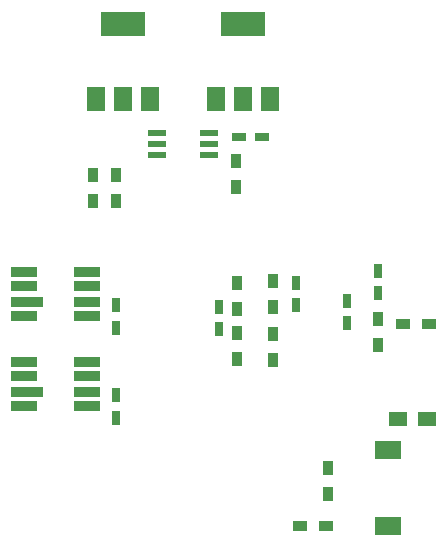
<source format=gbr>
G04 #@! TF.FileFunction,Paste,Top*
%FSLAX46Y46*%
G04 Gerber Fmt 4.6, Leading zero omitted, Abs format (unit mm)*
G04 Created by KiCad (PCBNEW 4.0.7) date Sunday, February 25, 2018 'PMt' 02:02:45 PM*
%MOMM*%
%LPD*%
G01*
G04 APERTURE LIST*
%ADD10C,0.128000*%
%ADD11R,0.900000X1.200000*%
%ADD12R,0.750000X1.200000*%
%ADD13R,1.200000X0.750000*%
%ADD14R,2.200000X1.500000*%
%ADD15R,3.800000X2.000000*%
%ADD16R,1.500000X2.000000*%
%ADD17R,1.200000X0.900000*%
%ADD18R,1.500000X0.610000*%
%ADD19R,2.247900X0.899160*%
%ADD20R,2.799080X0.899160*%
%ADD21R,1.500000X1.250000*%
G04 APERTURE END LIST*
D10*
D11*
X152400000Y-81323000D03*
X152400000Y-83523000D03*
X150495000Y-83523000D03*
X150495000Y-81323000D03*
D12*
X167640000Y-92390000D03*
X167640000Y-90490000D03*
X161163000Y-92522000D03*
X161163000Y-94422000D03*
X174625000Y-89474000D03*
X174625000Y-91374000D03*
X171958000Y-92014000D03*
X171958000Y-93914000D03*
D13*
X162880000Y-78105000D03*
X164780000Y-78105000D03*
D11*
X162687000Y-92667000D03*
X162687000Y-90467000D03*
X165735000Y-92540000D03*
X165735000Y-90340000D03*
X174625000Y-95715000D03*
X174625000Y-93515000D03*
D14*
X175450500Y-104686500D03*
X175450500Y-111086500D03*
D15*
X153035000Y-68605000D03*
D16*
X153035000Y-74905000D03*
X155335000Y-74905000D03*
X150735000Y-74905000D03*
D15*
X163195000Y-68605000D03*
D16*
X163195000Y-74905000D03*
X165495000Y-74905000D03*
X160895000Y-74905000D03*
D17*
X178900000Y-93980000D03*
X176700000Y-93980000D03*
D11*
X162687000Y-96942000D03*
X162687000Y-94742000D03*
X165735000Y-96985000D03*
X165735000Y-94785000D03*
D17*
X168000500Y-111061500D03*
X170200500Y-111061500D03*
D11*
X170370500Y-106151500D03*
X170370500Y-108351500D03*
X162560000Y-80180000D03*
X162560000Y-82380000D03*
D18*
X160315000Y-77790000D03*
X155915000Y-77790000D03*
X160315000Y-78740000D03*
X155915000Y-78740000D03*
X160315000Y-79690000D03*
X155915000Y-79690000D03*
D12*
X152400000Y-100015000D03*
X152400000Y-101915000D03*
X152400000Y-92395000D03*
X152400000Y-94295000D03*
D19*
X144645380Y-97160080D03*
X144645380Y-98412300D03*
D20*
X144922240Y-99707700D03*
D19*
X144645380Y-100959920D03*
X149994620Y-100959920D03*
X149994620Y-99707700D03*
X149994620Y-98412300D03*
X149994620Y-97160080D03*
X144645380Y-89540080D03*
X144645380Y-90792300D03*
D20*
X144922240Y-92087700D03*
D19*
X144645380Y-93339920D03*
X149994620Y-93339920D03*
X149994620Y-92087700D03*
X149994620Y-90792300D03*
X149994620Y-89540080D03*
D21*
X176296000Y-101981000D03*
X178796000Y-101981000D03*
M02*

</source>
